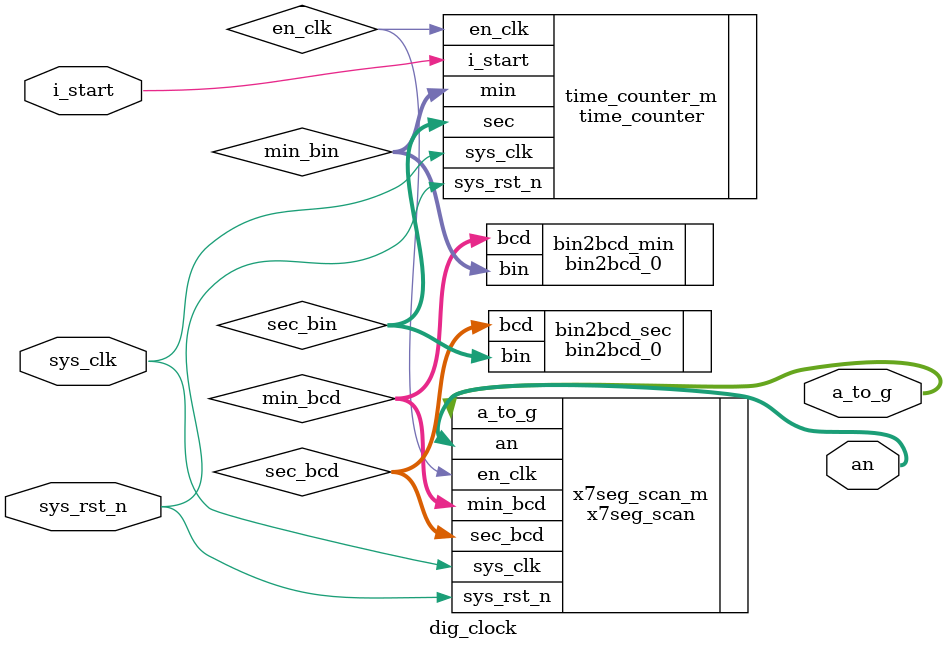
<source format=sv>
`timescale 1ns / 1ps

module dig_clock(
    input                   sys_clk,
    input                   sys_rst_n,
    input                   i_start,
    output logic [7 : 0]    an,
    output logic [7 : 0]    a_to_g
    );
    
    logic en_clk;
    logic [7 : 0] sec_bin;
    logic [7 : 0] min_bin;
    logic [7 : 0] sec_bcd;
    logic [7 : 0] min_bcd;
    
    time_counter time_counter_m(.sys_clk(sys_clk), .sys_rst_n(sys_rst_n),
        .i_start(i_start), .en_clk(en_clk), .min(min_bin), .sec(sec_bin));
        
    bin2bcd_0 bin2bcd_sec(.bin(sec_bin), .bcd(sec_bcd));
    
    bin2bcd_0 bin2bcd_min(.bin(min_bin), .bcd(min_bcd));
    
    x7seg_scan x7seg_scan_m(.sys_clk(sys_clk), .sys_rst_n(sys_rst_n), 
        .en_clk(en_clk), .sec_bcd(sec_bcd), .min_bcd(min_bcd), 
        .an(an), .a_to_g(a_to_g));
    
endmodule

</source>
